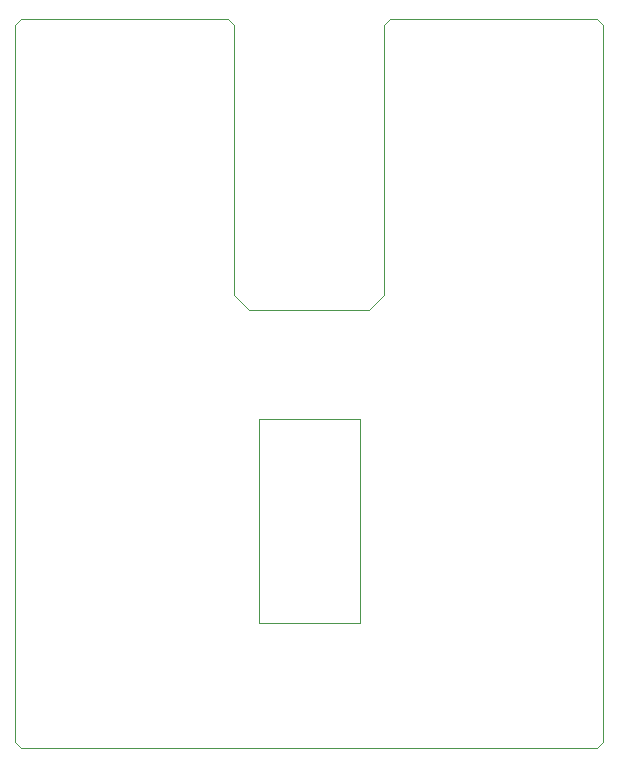
<source format=gbr>
%TF.GenerationSoftware,KiCad,Pcbnew,8.0.5*%
%TF.CreationDate,2024-10-23T01:30:24+03:00*%
%TF.ProjectId,mouse_pic,6d6f7573-655f-4706-9963-2e6b69636164,rev?*%
%TF.SameCoordinates,Original*%
%TF.FileFunction,Profile,NP*%
%FSLAX46Y46*%
G04 Gerber Fmt 4.6, Leading zero omitted, Abs format (unit mm)*
G04 Created by KiCad (PCBNEW 8.0.5) date 2024-10-23 01:30:24*
%MOMM*%
%LPD*%
G01*
G04 APERTURE LIST*
%TA.AperFunction,Profile*%
%ADD10C,0.100000*%
%TD*%
%TA.AperFunction,Profile*%
%ADD11C,0.050000*%
%TD*%
G04 APERTURE END LIST*
D10*
X-36246000Y23546000D02*
X-35738000Y24054000D01*
X-85522000Y24054000D02*
X-85522000Y84760000D01*
X-36246000Y23546000D02*
X-85014000Y23546000D01*
X-53772000Y85268000D02*
X-54280000Y84760000D01*
X-66980000Y84760000D02*
X-66980000Y61900000D01*
X-66980000Y84760000D02*
X-67488000Y85268000D01*
X-36246000Y85268000D02*
X-35738000Y84760000D01*
X-85014000Y85268000D02*
X-67488000Y85268000D01*
X-66980000Y61900000D02*
X-65710000Y60630000D01*
X-85522000Y24054000D02*
X-85014000Y23546000D01*
X-54280000Y61900000D02*
X-55550000Y60630000D01*
X-35738000Y84760000D02*
X-35738000Y24054000D01*
X-54280000Y61900000D02*
X-54280000Y84760000D01*
X-85522000Y84760000D02*
X-85014000Y85268000D01*
X-65710000Y60630000D02*
X-55550000Y60630000D01*
X-53772000Y85268000D02*
X-36246000Y85268000D01*
D11*
%TO.C,U2*%
X-64930000Y51380000D02*
X-56330000Y51380000D01*
X-64930000Y34120000D02*
X-64930000Y51380000D01*
X-64930000Y34120000D02*
X-56330000Y34120000D01*
X-56330000Y34120000D02*
X-56330000Y51380000D01*
%TD*%
M02*

</source>
